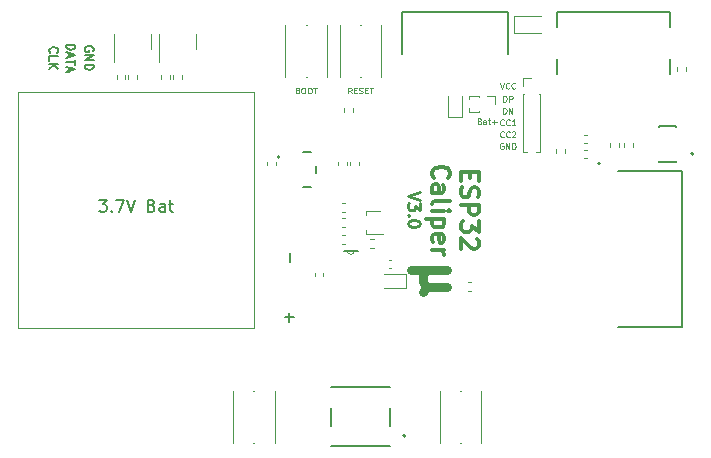
<source format=gbr>
%TF.GenerationSoftware,KiCad,Pcbnew,(6.0.9-0)*%
%TF.CreationDate,2023-02-23T20:44:17-08:00*%
%TF.ProjectId,esp32 caliper,65737033-3220-4636-916c-697065722e6b,rev?*%
%TF.SameCoordinates,Original*%
%TF.FileFunction,Legend,Top*%
%TF.FilePolarity,Positive*%
%FSLAX46Y46*%
G04 Gerber Fmt 4.6, Leading zero omitted, Abs format (unit mm)*
G04 Created by KiCad (PCBNEW (6.0.9-0)) date 2023-02-23 20:44:17*
%MOMM*%
%LPD*%
G01*
G04 APERTURE LIST*
%ADD10C,0.125000*%
%ADD11C,0.150000*%
%ADD12C,0.250000*%
%ADD13C,0.350000*%
%ADD14C,0.750000*%
%ADD15C,0.120000*%
%ADD16C,0.127000*%
%ADD17C,0.200000*%
%ADD18C,0.152400*%
%ADD19C,0.100000*%
G04 APERTURE END LIST*
D10*
X176607142Y-63464285D02*
X176678571Y-63488095D01*
X176702380Y-63511904D01*
X176726190Y-63559523D01*
X176726190Y-63630952D01*
X176702380Y-63678571D01*
X176678571Y-63702380D01*
X176630952Y-63726190D01*
X176440476Y-63726190D01*
X176440476Y-63226190D01*
X176607142Y-63226190D01*
X176654761Y-63250000D01*
X176678571Y-63273809D01*
X176702380Y-63321428D01*
X176702380Y-63369047D01*
X176678571Y-63416666D01*
X176654761Y-63440476D01*
X176607142Y-63464285D01*
X176440476Y-63464285D01*
X177154761Y-63726190D02*
X177154761Y-63464285D01*
X177130952Y-63416666D01*
X177083333Y-63392857D01*
X176988095Y-63392857D01*
X176940476Y-63416666D01*
X177154761Y-63702380D02*
X177107142Y-63726190D01*
X176988095Y-63726190D01*
X176940476Y-63702380D01*
X176916666Y-63654761D01*
X176916666Y-63607142D01*
X176940476Y-63559523D01*
X176988095Y-63535714D01*
X177107142Y-63535714D01*
X177154761Y-63511904D01*
X177321428Y-63392857D02*
X177511904Y-63392857D01*
X177392857Y-63226190D02*
X177392857Y-63654761D01*
X177416666Y-63702380D01*
X177464285Y-63726190D01*
X177511904Y-63726190D01*
X177678571Y-63535714D02*
X178059523Y-63535714D01*
X177869047Y-63726190D02*
X177869047Y-63345238D01*
D11*
X141627884Y-56985079D02*
X142377884Y-56985079D01*
X142377884Y-57163650D01*
X142342170Y-57270793D01*
X142270741Y-57342221D01*
X142199312Y-57377936D01*
X142056455Y-57413650D01*
X141949312Y-57413650D01*
X141806455Y-57377936D01*
X141735027Y-57342221D01*
X141663598Y-57270793D01*
X141627884Y-57163650D01*
X141627884Y-56985079D01*
X141842170Y-57699364D02*
X141842170Y-58056507D01*
X141627884Y-57627936D02*
X142377884Y-57877936D01*
X141627884Y-58127936D01*
X142377884Y-58270793D02*
X142377884Y-58699364D01*
X141627884Y-58485079D02*
X142377884Y-58485079D01*
X141842170Y-58913650D02*
X141842170Y-59270793D01*
X141627884Y-58842221D02*
X142377884Y-59092221D01*
X141627884Y-59342221D01*
X140249312Y-57663650D02*
X140213598Y-57627936D01*
X140177884Y-57520793D01*
X140177884Y-57449364D01*
X140213598Y-57342221D01*
X140285027Y-57270793D01*
X140356455Y-57235079D01*
X140499312Y-57199364D01*
X140606455Y-57199364D01*
X140749312Y-57235079D01*
X140820741Y-57270793D01*
X140892170Y-57342221D01*
X140927884Y-57449364D01*
X140927884Y-57520793D01*
X140892170Y-57627936D01*
X140856455Y-57663650D01*
X140177884Y-58342221D02*
X140177884Y-57985079D01*
X140927884Y-57985079D01*
X140177884Y-58592221D02*
X140927884Y-58592221D01*
X140177884Y-59020793D02*
X140606455Y-58699364D01*
X140927884Y-59020793D02*
X140499312Y-58592221D01*
X143892170Y-57538650D02*
X143927884Y-57467221D01*
X143927884Y-57360079D01*
X143892170Y-57252936D01*
X143820741Y-57181507D01*
X143749312Y-57145793D01*
X143606455Y-57110079D01*
X143499312Y-57110079D01*
X143356455Y-57145793D01*
X143285027Y-57181507D01*
X143213598Y-57252936D01*
X143177884Y-57360079D01*
X143177884Y-57431507D01*
X143213598Y-57538650D01*
X143249312Y-57574364D01*
X143499312Y-57574364D01*
X143499312Y-57431507D01*
X143177884Y-57895793D02*
X143927884Y-57895793D01*
X143177884Y-58324364D01*
X143927884Y-58324364D01*
X143177884Y-58681507D02*
X143927884Y-58681507D01*
X143927884Y-58860079D01*
X143892170Y-58967221D01*
X143820741Y-59038650D01*
X143749312Y-59074364D01*
X143606455Y-59110079D01*
X143499312Y-59110079D01*
X143356455Y-59074364D01*
X143285027Y-59038650D01*
X143213598Y-58967221D01*
X143177884Y-58860079D01*
X143177884Y-58681507D01*
D10*
X165773809Y-61126190D02*
X165607142Y-60888095D01*
X165488095Y-61126190D02*
X165488095Y-60626190D01*
X165678571Y-60626190D01*
X165726190Y-60650000D01*
X165750000Y-60673809D01*
X165773809Y-60721428D01*
X165773809Y-60792857D01*
X165750000Y-60840476D01*
X165726190Y-60864285D01*
X165678571Y-60888095D01*
X165488095Y-60888095D01*
X165988095Y-60864285D02*
X166154761Y-60864285D01*
X166226190Y-61126190D02*
X165988095Y-61126190D01*
X165988095Y-60626190D01*
X166226190Y-60626190D01*
X166416666Y-61102380D02*
X166488095Y-61126190D01*
X166607142Y-61126190D01*
X166654761Y-61102380D01*
X166678571Y-61078571D01*
X166702380Y-61030952D01*
X166702380Y-60983333D01*
X166678571Y-60935714D01*
X166654761Y-60911904D01*
X166607142Y-60888095D01*
X166511904Y-60864285D01*
X166464285Y-60840476D01*
X166440476Y-60816666D01*
X166416666Y-60769047D01*
X166416666Y-60721428D01*
X166440476Y-60673809D01*
X166464285Y-60650000D01*
X166511904Y-60626190D01*
X166630952Y-60626190D01*
X166702380Y-60650000D01*
X166916666Y-60864285D02*
X167083333Y-60864285D01*
X167154761Y-61126190D02*
X166916666Y-61126190D01*
X166916666Y-60626190D01*
X167154761Y-60626190D01*
X167297619Y-60626190D02*
X167583333Y-60626190D01*
X167440476Y-61126190D02*
X167440476Y-60626190D01*
X161221428Y-60864285D02*
X161292857Y-60888095D01*
X161316666Y-60911904D01*
X161340476Y-60959523D01*
X161340476Y-61030952D01*
X161316666Y-61078571D01*
X161292857Y-61102380D01*
X161245238Y-61126190D01*
X161054761Y-61126190D01*
X161054761Y-60626190D01*
X161221428Y-60626190D01*
X161269047Y-60650000D01*
X161292857Y-60673809D01*
X161316666Y-60721428D01*
X161316666Y-60769047D01*
X161292857Y-60816666D01*
X161269047Y-60840476D01*
X161221428Y-60864285D01*
X161054761Y-60864285D01*
X161650000Y-60626190D02*
X161745238Y-60626190D01*
X161792857Y-60650000D01*
X161840476Y-60697619D01*
X161864285Y-60792857D01*
X161864285Y-60959523D01*
X161840476Y-61054761D01*
X161792857Y-61102380D01*
X161745238Y-61126190D01*
X161650000Y-61126190D01*
X161602380Y-61102380D01*
X161554761Y-61054761D01*
X161530952Y-60959523D01*
X161530952Y-60792857D01*
X161554761Y-60697619D01*
X161602380Y-60650000D01*
X161650000Y-60626190D01*
X162173809Y-60626190D02*
X162269047Y-60626190D01*
X162316666Y-60650000D01*
X162364285Y-60697619D01*
X162388095Y-60792857D01*
X162388095Y-60959523D01*
X162364285Y-61054761D01*
X162316666Y-61102380D01*
X162269047Y-61126190D01*
X162173809Y-61126190D01*
X162126190Y-61102380D01*
X162078571Y-61054761D01*
X162054761Y-60959523D01*
X162054761Y-60792857D01*
X162078571Y-60697619D01*
X162126190Y-60650000D01*
X162173809Y-60626190D01*
X162530952Y-60626190D02*
X162816666Y-60626190D01*
X162673809Y-61126190D02*
X162673809Y-60626190D01*
D12*
X171547619Y-69476190D02*
X170547619Y-69809523D01*
X171547619Y-70142857D01*
X171547619Y-70380952D02*
X171547619Y-71000000D01*
X171166666Y-70666666D01*
X171166666Y-70809523D01*
X171119047Y-70904761D01*
X171071428Y-70952380D01*
X170976190Y-71000000D01*
X170738095Y-71000000D01*
X170642857Y-70952380D01*
X170595238Y-70904761D01*
X170547619Y-70809523D01*
X170547619Y-70523809D01*
X170595238Y-70428571D01*
X170642857Y-70380952D01*
X170642857Y-71428571D02*
X170595238Y-71476190D01*
X170547619Y-71428571D01*
X170595238Y-71380952D01*
X170642857Y-71428571D01*
X170547619Y-71428571D01*
X171547619Y-72095238D02*
X171547619Y-72190476D01*
X171500000Y-72285714D01*
X171452380Y-72333333D01*
X171357142Y-72380952D01*
X171166666Y-72428571D01*
X170928571Y-72428571D01*
X170738095Y-72380952D01*
X170642857Y-72333333D01*
X170595238Y-72285714D01*
X170547619Y-72190476D01*
X170547619Y-72095238D01*
X170595238Y-72000000D01*
X170642857Y-71952380D01*
X170738095Y-71904761D01*
X170928571Y-71857142D01*
X171166666Y-71857142D01*
X171357142Y-71904761D01*
X171452380Y-71952380D01*
X171500000Y-72000000D01*
X171547619Y-72095238D01*
D10*
X178619047Y-65350000D02*
X178571428Y-65326190D01*
X178500000Y-65326190D01*
X178428571Y-65350000D01*
X178380952Y-65397619D01*
X178357142Y-65445238D01*
X178333333Y-65540476D01*
X178333333Y-65611904D01*
X178357142Y-65707142D01*
X178380952Y-65754761D01*
X178428571Y-65802380D01*
X178500000Y-65826190D01*
X178547619Y-65826190D01*
X178619047Y-65802380D01*
X178642857Y-65778571D01*
X178642857Y-65611904D01*
X178547619Y-65611904D01*
X178857142Y-65826190D02*
X178857142Y-65326190D01*
X179142857Y-65826190D01*
X179142857Y-65326190D01*
X179380952Y-65826190D02*
X179380952Y-65326190D01*
X179500000Y-65326190D01*
X179571428Y-65350000D01*
X179619047Y-65397619D01*
X179642857Y-65445238D01*
X179666666Y-65540476D01*
X179666666Y-65611904D01*
X179642857Y-65707142D01*
X179619047Y-65754761D01*
X179571428Y-65802380D01*
X179500000Y-65826190D01*
X179380952Y-65826190D01*
D13*
X175814642Y-67785714D02*
X175814642Y-68285714D01*
X175028928Y-68500000D02*
X175028928Y-67785714D01*
X176528928Y-67785714D01*
X176528928Y-68500000D01*
X175100357Y-69071428D02*
X175028928Y-69285714D01*
X175028928Y-69642857D01*
X175100357Y-69785714D01*
X175171785Y-69857142D01*
X175314642Y-69928571D01*
X175457500Y-69928571D01*
X175600357Y-69857142D01*
X175671785Y-69785714D01*
X175743214Y-69642857D01*
X175814642Y-69357142D01*
X175886071Y-69214285D01*
X175957500Y-69142857D01*
X176100357Y-69071428D01*
X176243214Y-69071428D01*
X176386071Y-69142857D01*
X176457500Y-69214285D01*
X176528928Y-69357142D01*
X176528928Y-69714285D01*
X176457500Y-69928571D01*
X175028928Y-70571428D02*
X176528928Y-70571428D01*
X176528928Y-71142857D01*
X176457500Y-71285714D01*
X176386071Y-71357142D01*
X176243214Y-71428571D01*
X176028928Y-71428571D01*
X175886071Y-71357142D01*
X175814642Y-71285714D01*
X175743214Y-71142857D01*
X175743214Y-70571428D01*
X176528928Y-71928571D02*
X176528928Y-72857142D01*
X175957500Y-72357142D01*
X175957500Y-72571428D01*
X175886071Y-72714285D01*
X175814642Y-72785714D01*
X175671785Y-72857142D01*
X175314642Y-72857142D01*
X175171785Y-72785714D01*
X175100357Y-72714285D01*
X175028928Y-72571428D01*
X175028928Y-72142857D01*
X175100357Y-72000000D01*
X175171785Y-71928571D01*
X176386071Y-73428571D02*
X176457500Y-73500000D01*
X176528928Y-73642857D01*
X176528928Y-74000000D01*
X176457500Y-74142857D01*
X176386071Y-74214285D01*
X176243214Y-74285714D01*
X176100357Y-74285714D01*
X175886071Y-74214285D01*
X175028928Y-73357142D01*
X175028928Y-74285714D01*
X172756785Y-68250000D02*
X172685357Y-68178571D01*
X172613928Y-67964285D01*
X172613928Y-67821428D01*
X172685357Y-67607142D01*
X172828214Y-67464285D01*
X172971071Y-67392857D01*
X173256785Y-67321428D01*
X173471071Y-67321428D01*
X173756785Y-67392857D01*
X173899642Y-67464285D01*
X174042500Y-67607142D01*
X174113928Y-67821428D01*
X174113928Y-67964285D01*
X174042500Y-68178571D01*
X173971071Y-68250000D01*
X172613928Y-69535714D02*
X173399642Y-69535714D01*
X173542500Y-69464285D01*
X173613928Y-69321428D01*
X173613928Y-69035714D01*
X173542500Y-68892857D01*
X172685357Y-69535714D02*
X172613928Y-69392857D01*
X172613928Y-69035714D01*
X172685357Y-68892857D01*
X172828214Y-68821428D01*
X172971071Y-68821428D01*
X173113928Y-68892857D01*
X173185357Y-69035714D01*
X173185357Y-69392857D01*
X173256785Y-69535714D01*
X172613928Y-70464285D02*
X172685357Y-70321428D01*
X172828214Y-70250000D01*
X174113928Y-70250000D01*
X172613928Y-71035714D02*
X173613928Y-71035714D01*
X174113928Y-71035714D02*
X174042500Y-70964285D01*
X173971071Y-71035714D01*
X174042500Y-71107142D01*
X174113928Y-71035714D01*
X173971071Y-71035714D01*
X173613928Y-71750000D02*
X172113928Y-71750000D01*
X173542500Y-71750000D02*
X173613928Y-71892857D01*
X173613928Y-72178571D01*
X173542500Y-72321428D01*
X173471071Y-72392857D01*
X173328214Y-72464285D01*
X172899642Y-72464285D01*
X172756785Y-72392857D01*
X172685357Y-72321428D01*
X172613928Y-72178571D01*
X172613928Y-71892857D01*
X172685357Y-71750000D01*
X172685357Y-73678571D02*
X172613928Y-73535714D01*
X172613928Y-73250000D01*
X172685357Y-73107142D01*
X172828214Y-73035714D01*
X173399642Y-73035714D01*
X173542500Y-73107142D01*
X173613928Y-73250000D01*
X173613928Y-73535714D01*
X173542500Y-73678571D01*
X173399642Y-73750000D01*
X173256785Y-73750000D01*
X173113928Y-73035714D01*
X172613928Y-74392857D02*
X173613928Y-74392857D01*
X173328214Y-74392857D02*
X173471071Y-74464285D01*
X173542500Y-74535714D01*
X173613928Y-74678571D01*
X173613928Y-74821428D01*
D10*
X178607142Y-62826190D02*
X178607142Y-62326190D01*
X178726190Y-62326190D01*
X178797619Y-62350000D01*
X178845238Y-62397619D01*
X178869047Y-62445238D01*
X178892857Y-62540476D01*
X178892857Y-62611904D01*
X178869047Y-62707142D01*
X178845238Y-62754761D01*
X178797619Y-62802380D01*
X178726190Y-62826190D01*
X178607142Y-62826190D01*
X179107142Y-62826190D02*
X179107142Y-62326190D01*
X179392857Y-62826190D01*
X179392857Y-62326190D01*
X178619047Y-61826190D02*
X178619047Y-61326190D01*
X178738095Y-61326190D01*
X178809523Y-61350000D01*
X178857142Y-61397619D01*
X178880952Y-61445238D01*
X178904761Y-61540476D01*
X178904761Y-61611904D01*
X178880952Y-61707142D01*
X178857142Y-61754761D01*
X178809523Y-61802380D01*
X178738095Y-61826190D01*
X178619047Y-61826190D01*
X179119047Y-61826190D02*
X179119047Y-61326190D01*
X179309523Y-61326190D01*
X179357142Y-61350000D01*
X179380952Y-61373809D01*
X179404761Y-61421428D01*
X179404761Y-61492857D01*
X179380952Y-61540476D01*
X179357142Y-61564285D01*
X179309523Y-61588095D01*
X179119047Y-61588095D01*
D14*
X173842857Y-76092857D02*
X170842857Y-76092857D01*
X172271428Y-77521428D02*
X171985714Y-77664285D01*
X171842857Y-77950000D01*
X172271428Y-76092857D02*
X171985714Y-76235714D01*
X171842857Y-76521428D01*
X171842857Y-77092857D01*
X171985714Y-77378571D01*
X172271428Y-77521428D01*
X173842857Y-77521428D01*
D10*
X178666666Y-64778571D02*
X178642857Y-64802380D01*
X178571428Y-64826190D01*
X178523809Y-64826190D01*
X178452380Y-64802380D01*
X178404761Y-64754761D01*
X178380952Y-64707142D01*
X178357142Y-64611904D01*
X178357142Y-64540476D01*
X178380952Y-64445238D01*
X178404761Y-64397619D01*
X178452380Y-64350000D01*
X178523809Y-64326190D01*
X178571428Y-64326190D01*
X178642857Y-64350000D01*
X178666666Y-64373809D01*
X179166666Y-64778571D02*
X179142857Y-64802380D01*
X179071428Y-64826190D01*
X179023809Y-64826190D01*
X178952380Y-64802380D01*
X178904761Y-64754761D01*
X178880952Y-64707142D01*
X178857142Y-64611904D01*
X178857142Y-64540476D01*
X178880952Y-64445238D01*
X178904761Y-64397619D01*
X178952380Y-64350000D01*
X179023809Y-64326190D01*
X179071428Y-64326190D01*
X179142857Y-64350000D01*
X179166666Y-64373809D01*
X179357142Y-64373809D02*
X179380952Y-64350000D01*
X179428571Y-64326190D01*
X179547619Y-64326190D01*
X179595238Y-64350000D01*
X179619047Y-64373809D01*
X179642857Y-64421428D01*
X179642857Y-64469047D01*
X179619047Y-64540476D01*
X179333333Y-64826190D01*
X179642857Y-64826190D01*
X178333333Y-60226190D02*
X178500000Y-60726190D01*
X178666666Y-60226190D01*
X179119047Y-60678571D02*
X179095238Y-60702380D01*
X179023809Y-60726190D01*
X178976190Y-60726190D01*
X178904761Y-60702380D01*
X178857142Y-60654761D01*
X178833333Y-60607142D01*
X178809523Y-60511904D01*
X178809523Y-60440476D01*
X178833333Y-60345238D01*
X178857142Y-60297619D01*
X178904761Y-60250000D01*
X178976190Y-60226190D01*
X179023809Y-60226190D01*
X179095238Y-60250000D01*
X179119047Y-60273809D01*
X179619047Y-60678571D02*
X179595238Y-60702380D01*
X179523809Y-60726190D01*
X179476190Y-60726190D01*
X179404761Y-60702380D01*
X179357142Y-60654761D01*
X179333333Y-60607142D01*
X179309523Y-60511904D01*
X179309523Y-60440476D01*
X179333333Y-60345238D01*
X179357142Y-60297619D01*
X179404761Y-60250000D01*
X179476190Y-60226190D01*
X179523809Y-60226190D01*
X179595238Y-60250000D01*
X179619047Y-60273809D01*
X178666666Y-63778571D02*
X178642857Y-63802380D01*
X178571428Y-63826190D01*
X178523809Y-63826190D01*
X178452380Y-63802380D01*
X178404761Y-63754761D01*
X178380952Y-63707142D01*
X178357142Y-63611904D01*
X178357142Y-63540476D01*
X178380952Y-63445238D01*
X178404761Y-63397619D01*
X178452380Y-63350000D01*
X178523809Y-63326190D01*
X178571428Y-63326190D01*
X178642857Y-63350000D01*
X178666666Y-63373809D01*
X179166666Y-63778571D02*
X179142857Y-63802380D01*
X179071428Y-63826190D01*
X179023809Y-63826190D01*
X178952380Y-63802380D01*
X178904761Y-63754761D01*
X178880952Y-63707142D01*
X178857142Y-63611904D01*
X178857142Y-63540476D01*
X178880952Y-63445238D01*
X178904761Y-63397619D01*
X178952380Y-63350000D01*
X179023809Y-63326190D01*
X179071428Y-63326190D01*
X179142857Y-63350000D01*
X179166666Y-63373809D01*
X179642857Y-63826190D02*
X179357142Y-63826190D01*
X179500000Y-63826190D02*
X179500000Y-63326190D01*
X179452380Y-63397619D01*
X179404761Y-63445238D01*
X179357142Y-63469047D01*
D11*
%TO.C,BT1*%
X160119047Y-80071428D02*
X160880952Y-80071428D01*
X160500000Y-80452380D02*
X160500000Y-79690476D01*
X144414761Y-70132380D02*
X145033809Y-70132380D01*
X144700476Y-70513333D01*
X144843333Y-70513333D01*
X144938571Y-70560952D01*
X144986190Y-70608571D01*
X145033809Y-70703809D01*
X145033809Y-70941904D01*
X144986190Y-71037142D01*
X144938571Y-71084761D01*
X144843333Y-71132380D01*
X144557619Y-71132380D01*
X144462380Y-71084761D01*
X144414761Y-71037142D01*
X145462380Y-71037142D02*
X145510000Y-71084761D01*
X145462380Y-71132380D01*
X145414761Y-71084761D01*
X145462380Y-71037142D01*
X145462380Y-71132380D01*
X145843333Y-70132380D02*
X146510000Y-70132380D01*
X146081428Y-71132380D01*
X146748095Y-70132380D02*
X147081428Y-71132380D01*
X147414761Y-70132380D01*
X148843333Y-70608571D02*
X148986190Y-70656190D01*
X149033809Y-70703809D01*
X149081428Y-70799047D01*
X149081428Y-70941904D01*
X149033809Y-71037142D01*
X148986190Y-71084761D01*
X148890952Y-71132380D01*
X148510000Y-71132380D01*
X148510000Y-70132380D01*
X148843333Y-70132380D01*
X148938571Y-70180000D01*
X148986190Y-70227619D01*
X149033809Y-70322857D01*
X149033809Y-70418095D01*
X148986190Y-70513333D01*
X148938571Y-70560952D01*
X148843333Y-70608571D01*
X148510000Y-70608571D01*
X149938571Y-71132380D02*
X149938571Y-70608571D01*
X149890952Y-70513333D01*
X149795714Y-70465714D01*
X149605238Y-70465714D01*
X149510000Y-70513333D01*
X149938571Y-71084761D02*
X149843333Y-71132380D01*
X149605238Y-71132380D01*
X149510000Y-71084761D01*
X149462380Y-70989523D01*
X149462380Y-70894285D01*
X149510000Y-70799047D01*
X149605238Y-70751428D01*
X149843333Y-70751428D01*
X149938571Y-70703809D01*
X150271904Y-70465714D02*
X150652857Y-70465714D01*
X150414761Y-70132380D02*
X150414761Y-70989523D01*
X150462380Y-71084761D01*
X150557619Y-71132380D01*
X150652857Y-71132380D01*
X160571428Y-75380952D02*
X160571428Y-74619047D01*
D15*
%TO.C,R14*%
X175596359Y-77120000D02*
X175903641Y-77120000D01*
X175596359Y-77880000D02*
X175903641Y-77880000D01*
%TO.C,C1*%
X168902564Y-75920200D02*
X169118236Y-75920200D01*
X168902564Y-75200200D02*
X169118236Y-75200200D01*
%TO.C,BT1*%
X137500000Y-61000000D02*
X157500000Y-61000000D01*
X157500000Y-61000000D02*
X157500000Y-81000000D01*
X157500000Y-81000000D02*
X137500000Y-81000000D01*
X137500000Y-81000000D02*
X137500000Y-61000000D01*
D16*
%TO.C,S1*%
X170000000Y-57800000D02*
X170000000Y-54200000D01*
X179000000Y-54200000D02*
X170000000Y-54200000D01*
X179000000Y-57800000D02*
X179000000Y-54200000D01*
D17*
%TO.C,J1*%
X192740000Y-54210000D02*
X183160000Y-54210000D01*
X192740000Y-55490000D02*
X192740000Y-54210000D01*
X192740000Y-59460000D02*
X192740000Y-58210000D01*
X183160000Y-59460000D02*
X183160000Y-58210000D01*
X183160000Y-54210000D02*
X183160000Y-55490000D01*
D15*
%TO.C,SW4*%
X176750000Y-90700000D02*
X176750000Y-86300000D01*
X173250000Y-86300000D02*
X173250000Y-90700000D01*
X175050000Y-90700000D02*
X174950000Y-90700000D01*
X175050000Y-86300000D02*
X174950000Y-86300000D01*
%TO.C,SW3*%
X155750000Y-86300000D02*
X155750000Y-90700000D01*
X159250000Y-90700000D02*
X159250000Y-86300000D01*
X157450000Y-86300000D02*
X157550000Y-86300000D01*
X157450000Y-90700000D02*
X157550000Y-90700000D01*
%TO.C,SW2*%
X166450000Y-59700000D02*
X166550000Y-59700000D01*
X166450000Y-55300000D02*
X166550000Y-55300000D01*
X168250000Y-59700000D02*
X168250000Y-55300000D01*
X164750000Y-55300000D02*
X164750000Y-59700000D01*
%TO.C,SW1*%
X160175000Y-55300000D02*
X160175000Y-59700000D01*
X163675000Y-59700000D02*
X163675000Y-55300000D01*
X161875000Y-55300000D02*
X161975000Y-55300000D01*
X161875000Y-59700000D02*
X161975000Y-59700000D01*
%TO.C,R13*%
X183120000Y-66153641D02*
X183120000Y-65846359D01*
X183880000Y-66153641D02*
X183880000Y-65846359D01*
%TO.C,R12*%
X147630000Y-59596359D02*
X147630000Y-59903641D01*
X146870000Y-59596359D02*
X146870000Y-59903641D01*
%TO.C,R11*%
X145870000Y-59596359D02*
X145870000Y-59903641D01*
X146630000Y-59596359D02*
X146630000Y-59903641D01*
%TO.C,R2*%
X151380000Y-59596359D02*
X151380000Y-59903641D01*
X150620000Y-59596359D02*
X150620000Y-59903641D01*
%TO.C,Q2*%
X145690000Y-56750000D02*
X145690000Y-56100000D01*
X148810000Y-56750000D02*
X148810000Y-56100000D01*
X145690000Y-56750000D02*
X145690000Y-58425000D01*
X148810000Y-56750000D02*
X148810000Y-57400000D01*
%TO.C,Q1*%
X152560000Y-56750000D02*
X152560000Y-57400000D01*
X149440000Y-56750000D02*
X149440000Y-58425000D01*
X152560000Y-56750000D02*
X152560000Y-56100000D01*
X149440000Y-56750000D02*
X149440000Y-56100000D01*
%TO.C,J2*%
X176565000Y-61305000D02*
X176565000Y-61391724D01*
X177935000Y-61305000D02*
X177935000Y-62000000D01*
X176565000Y-61305000D02*
X175690000Y-61305000D01*
X175690000Y-61305000D02*
X175690000Y-61605507D01*
X176565000Y-62608276D02*
X176565000Y-62695000D01*
X175690000Y-62394493D02*
X175690000Y-62695000D01*
X177250000Y-61305000D02*
X177935000Y-61305000D01*
X176565000Y-62695000D02*
X175690000Y-62695000D01*
%TO.C,D5*%
X179515000Y-56035000D02*
X181800000Y-56035000D01*
X179515000Y-54565000D02*
X179515000Y-56035000D01*
X181800000Y-54565000D02*
X179515000Y-54565000D01*
%TO.C,C10*%
X185472164Y-66630000D02*
X185687836Y-66630000D01*
X185472164Y-65910000D02*
X185687836Y-65910000D01*
%TO.C,U9*%
X181695000Y-61185000D02*
X181695000Y-66060000D01*
X180305000Y-59815000D02*
X181000000Y-59815000D01*
X180305000Y-60500000D02*
X180305000Y-59815000D01*
X180305000Y-61185000D02*
X180305000Y-66060000D01*
X181608276Y-61185000D02*
X181695000Y-61185000D01*
X180305000Y-61185000D02*
X180391724Y-61185000D01*
X180305000Y-66060000D02*
X180605507Y-66060000D01*
X181394493Y-66060000D02*
X181695000Y-66060000D01*
%TO.C,C2*%
X163370400Y-76568036D02*
X163370400Y-76352364D01*
X162650400Y-76568036D02*
X162650400Y-76352364D01*
%TO.C,R1*%
X150380000Y-59596359D02*
X150380000Y-59903641D01*
X149620000Y-59596359D02*
X149620000Y-59903641D01*
D16*
%TO.C,D2*%
X169000000Y-87713500D02*
X169000000Y-89286500D01*
X169000000Y-86000000D02*
X164000000Y-86000000D01*
X164000000Y-91000000D02*
X169000000Y-91000000D01*
X164000000Y-87713500D02*
X164000000Y-89286500D01*
D17*
X170350000Y-90100000D02*
G75*
G03*
X170350000Y-90100000I-100000J0D01*
G01*
D15*
%TO.C,R8*%
X167664041Y-74190200D02*
X167356759Y-74190200D01*
X167664041Y-73430200D02*
X167356759Y-73430200D01*
%TO.C,C9*%
X185472164Y-64640000D02*
X185687836Y-64640000D01*
X185472164Y-65360000D02*
X185687836Y-65360000D01*
%TO.C,C4*%
X165640000Y-66952364D02*
X165640000Y-67168036D01*
X166360000Y-66952364D02*
X166360000Y-67168036D01*
%TO.C,R3*%
X164926359Y-71135000D02*
X165233641Y-71135000D01*
X164926359Y-70375000D02*
X165233641Y-70375000D01*
%TO.C,D3*%
X175100000Y-61300000D02*
X175100000Y-63150000D01*
X173900000Y-63150000D02*
X175100000Y-63150000D01*
X173900000Y-61300000D02*
X173900000Y-63150000D01*
D16*
%TO.C,U3*%
X162330000Y-69010200D02*
X161670000Y-69010200D01*
X162800000Y-67225200D02*
X162800000Y-67895200D01*
X161670000Y-66110200D02*
X162330000Y-66110200D01*
D17*
X159690000Y-66510200D02*
G75*
G03*
X159690000Y-66510200I-100000J0D01*
G01*
D15*
%TO.C,R6*%
X194055000Y-59208641D02*
X194055000Y-58901359D01*
X193295000Y-59208641D02*
X193295000Y-58901359D01*
%TO.C,R7*%
X165233641Y-71645000D02*
X164926359Y-71645000D01*
X165233641Y-72405000D02*
X164926359Y-72405000D01*
%TO.C,Q3*%
X167000400Y-72985000D02*
X168410400Y-72985000D01*
X167000400Y-72985000D02*
X167000400Y-72675000D01*
X167000400Y-71065000D02*
X167000400Y-71375000D01*
X167000400Y-71065000D02*
X168160400Y-71065000D01*
%TO.C,R4*%
X188870000Y-65653641D02*
X188870000Y-65346359D01*
X189630000Y-65653641D02*
X189630000Y-65346359D01*
%TO.C,C3*%
X158640000Y-66952364D02*
X158640000Y-67168036D01*
X159360000Y-66952364D02*
X159360000Y-67168036D01*
%TO.C,R9*%
X165233641Y-73080200D02*
X164926359Y-73080200D01*
X165233641Y-73840200D02*
X164926359Y-73840200D01*
%TO.C,R5*%
X188400000Y-65653641D02*
X188400000Y-65346359D01*
X187640000Y-65653641D02*
X187640000Y-65346359D01*
D16*
%TO.C,U4*%
X193720000Y-67695000D02*
X193720000Y-80895000D01*
X193720000Y-80895000D02*
X188340000Y-80895000D01*
X188340000Y-67695000D02*
X193720000Y-67695000D01*
D17*
X186820000Y-67045000D02*
G75*
G03*
X186820000Y-67045000I-100000J0D01*
G01*
D15*
%TO.C,C5*%
X165360000Y-66952364D02*
X165360000Y-67168036D01*
X164640000Y-66952364D02*
X164640000Y-67168036D01*
D16*
%TO.C,D1*%
X193200000Y-63885000D02*
X193200000Y-63985000D01*
X191800000Y-66925000D02*
X193200000Y-66925000D01*
X193200000Y-66925000D02*
X193200000Y-66825000D01*
X191800000Y-63885000D02*
X193200000Y-63885000D01*
X191800000Y-63885000D02*
X191800000Y-63985000D01*
X191800000Y-66925000D02*
X191800000Y-66825000D01*
D17*
X194700000Y-66232000D02*
G75*
G03*
X194700000Y-66232000I-100000J0D01*
G01*
D15*
%TO.C,R10*%
X165120000Y-62653641D02*
X165120000Y-62346359D01*
X165880000Y-62653641D02*
X165880000Y-62346359D01*
%TO.C,D4*%
X168550000Y-77600000D02*
X170400000Y-77600000D01*
X168550000Y-76400000D02*
X170400000Y-76400000D01*
X170400000Y-77600000D02*
X170400000Y-76400000D01*
D18*
%TO.C,U1*%
X166019800Y-74450600D02*
X165410200Y-74450600D01*
X165410200Y-74450600D02*
X165105400Y-74450600D01*
X166324600Y-74450600D02*
X166019800Y-74450600D01*
D19*
X165410200Y-74450600D02*
G75*
G03*
X166019800Y-74450600I304800J0D01*
G01*
%TD*%
M02*

</source>
